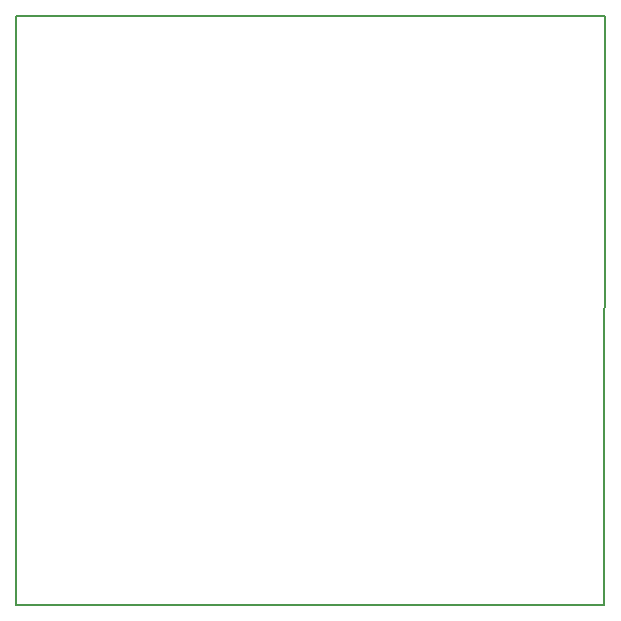
<source format=gko>
G04 #@! TF.FileFunction,Profile,NP*
%FSLAX46Y46*%
G04 Gerber Fmt 4.6, Leading zero omitted, Abs format (unit mm)*
G04 Created by KiCad (PCBNEW 4.0.2-stable) date 19-Oct-16 7:33:17 PM*
%MOMM*%
G01*
G04 APERTURE LIST*
%ADD10C,0.100000*%
%ADD11C,0.150000*%
G04 APERTURE END LIST*
D10*
D11*
X174625000Y-72009000D02*
X174498000Y-121920000D01*
X124714000Y-72009000D02*
X174625000Y-72009000D01*
X124714000Y-121920000D02*
X124714000Y-72009000D01*
X174498000Y-121920000D02*
X124714000Y-121920000D01*
M02*

</source>
